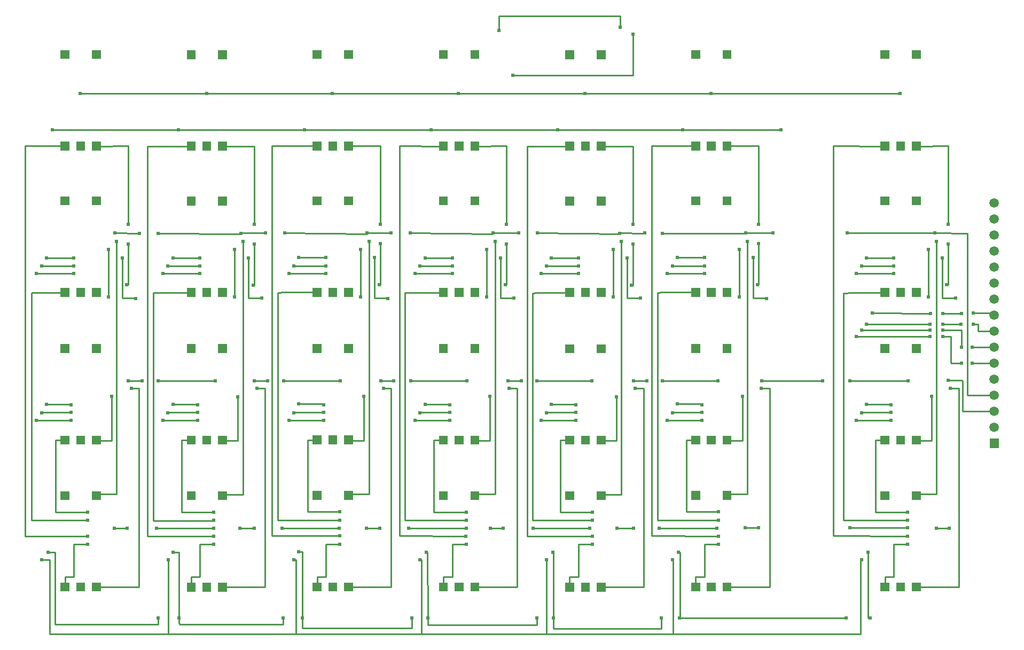
<source format=gtl>
G04 Layer: TopLayer*
G04 EasyEDA v6.4.20.6, 2021-08-02T11:14:11+02:00*
G04 e7c21c1e6ca5491a88c75d15d8fd51ee,3e5df01c9dd74657a85989452aaa4bc1,10*
G04 Gerber Generator version 0.2*
G04 Scale: 100 percent, Rotated: No, Reflected: No *
G04 Dimensions in millimeters *
G04 leading zeros omitted , absolute positions ,4 integer and 5 decimal *
%FSLAX45Y45*%
%MOMM*%

%ADD10C,0.2540*%
%ADD11C,0.6198*%
%ADD13C,1.4986*%

%LPD*%
D10*
X15439897Y-14960092D02*
G01*
X15439897Y-15049754D01*
X15439974Y-15119959D01*
X13699997Y-14960092D02*
G01*
X13699997Y-15050007D01*
X13699972Y-15119959D01*
X13399008Y-14959837D02*
G01*
X13399008Y-15048992D01*
X13399973Y-15059964D01*
X11750040Y-14960092D02*
G01*
X11750040Y-15048992D01*
X11760961Y-15059913D01*
X16819879Y-5649976D02*
G01*
X16819879Y-5420105D01*
X18739866Y-5420105D01*
X18739866Y-5599937D01*
X18739866Y-5599937D01*
X17040098Y-6359905D02*
G01*
X18939967Y-6359905D01*
X18939967Y-5710173D01*
X18179541Y-6649973D02*
G01*
X20176998Y-6649973D01*
X16177768Y-6649973D02*
G01*
X18179541Y-6649973D01*
X14177518Y-6649973D02*
G01*
X16177768Y-6649973D01*
X12189968Y-6649973D02*
G01*
X14177518Y-6649973D01*
X10179558Y-6649973D02*
G01*
X12189968Y-6649973D01*
X21290025Y-7219950D02*
G01*
X19729958Y-7219950D01*
X23650117Y-10500258D02*
G01*
X22486493Y-10499979D01*
X22486366Y-10500105D01*
X24149964Y-10919968D02*
G01*
X23989944Y-10919968D01*
X23979962Y-10909985D01*
X23979962Y-10499979D01*
X23850142Y-10500258D01*
X24668225Y-10919968D02*
G01*
X24319941Y-10919968D01*
X24319941Y-10669981D02*
G01*
X24664212Y-10669981D01*
X24668225Y-10665968D01*
X23849965Y-10399979D02*
G01*
X24149913Y-10400029D01*
X24149964Y-10399979D01*
X24149964Y-10669981D01*
X22566375Y-10400029D02*
G01*
X23650092Y-10399979D01*
X23649711Y-10299979D02*
G01*
X22646386Y-10299954D01*
X22646386Y-10299954D01*
X24139880Y-10299954D02*
G01*
X23849939Y-10299979D01*
X24668225Y-10411968D02*
G01*
X24418036Y-10411968D01*
X24409958Y-10409986D01*
X24409908Y-10309860D01*
X24409958Y-10299979D01*
X24339956Y-10299979D01*
X24339956Y-10129774D02*
G01*
X24640031Y-10129774D01*
X24668225Y-10157968D01*
X23849939Y-10129977D02*
G01*
X24150040Y-10129977D01*
X22736302Y-10129774D02*
G01*
X23660074Y-10129977D01*
X11655806Y-13916913D02*
G01*
X11750040Y-13916913D01*
X11750040Y-14956028D01*
X11750040Y-14960092D01*
X13647420Y-13908531D02*
G01*
X13699972Y-13909979D01*
X13699997Y-14960092D01*
X13690091Y-14949931D01*
X15687929Y-13919580D02*
G01*
X15689961Y-14959964D01*
X17669763Y-13921486D02*
G01*
X17679974Y-13921486D01*
X17679974Y-14960092D01*
X19667220Y-13918692D02*
G01*
X19689952Y-13918692D01*
X19689952Y-14947392D01*
X19679920Y-14960092D01*
X22699954Y-14959964D02*
G01*
X22670008Y-14960092D01*
X22670008Y-13923263D01*
X22666452Y-13919707D01*
X19679970Y-14960041D02*
G01*
X22319945Y-14959964D01*
X17679974Y-15129967D02*
G01*
X19389953Y-15129967D01*
X15689961Y-15069972D02*
G01*
X17419954Y-15069972D01*
X13699972Y-15119959D02*
G01*
X15439974Y-15119959D01*
X11760961Y-15059913D02*
G01*
X13399973Y-15059964D01*
X9670034Y-13919707D02*
G01*
X9780041Y-13919707D01*
X9779990Y-15059964D01*
X11419966Y-15059964D01*
X11419966Y-14959964D01*
X11580113Y-14040104D02*
G01*
X11579859Y-15209977D01*
X13567409Y-14038579D02*
G01*
X13599922Y-14038579D01*
X13599922Y-15209977D01*
X15567659Y-14039850D02*
G01*
X15589961Y-14039850D01*
X15589961Y-15042387D01*
X15591078Y-15209977D01*
X17569688Y-14041374D02*
G01*
X17569941Y-15209977D01*
X19566890Y-14038834D02*
G01*
X19579970Y-14038834D01*
X19579970Y-15046960D01*
X19578954Y-15209977D01*
X9569704Y-14039850D02*
G01*
X9699777Y-14039824D01*
X9700133Y-15209977D01*
X22549967Y-15209977D01*
X22549967Y-14043431D01*
X22566375Y-14039850D01*
X23725886Y-8859774D02*
G01*
X24239981Y-8860028D01*
X24239981Y-11430000D01*
X24660352Y-11430000D01*
X24668225Y-11427968D01*
X23725886Y-8859774D02*
G01*
X22348952Y-8859774D01*
X22339706Y-8858961D01*
X20709127Y-8859570D02*
G01*
X21159952Y-8858961D01*
X19409206Y-8859977D02*
G01*
X19409511Y-8859977D01*
X20719135Y-8859977D01*
X18718885Y-8859494D02*
G01*
X19129197Y-8859977D01*
X17429962Y-8859723D02*
G01*
X18730315Y-8869654D01*
X18739205Y-8860764D01*
X16738955Y-8859494D02*
G01*
X17129607Y-8859748D01*
X15408706Y-8859469D02*
G01*
X16710304Y-8869730D01*
X16719194Y-8860840D01*
X14718944Y-8859570D02*
G01*
X15109596Y-8859824D01*
X13419963Y-8859469D02*
G01*
X14720290Y-8869654D01*
X14729155Y-8860764D01*
X12728905Y-8859494D02*
G01*
X13119582Y-8859748D01*
X11420043Y-8860078D02*
G01*
X12720523Y-8869984D01*
X12729463Y-8861044D01*
X10729213Y-8859774D02*
G01*
X11119967Y-8859977D01*
X23934674Y-11195304D02*
G01*
X24155400Y-11195304D01*
X24169877Y-11210036D01*
X24169877Y-11679936D01*
X24662129Y-11679936D01*
X24668225Y-11681968D01*
X22379940Y-11199876D02*
G01*
X23299953Y-11199977D01*
X18950000Y-11197615D02*
G01*
X19159956Y-11198682D01*
X16959961Y-11197539D02*
G01*
X17169968Y-11198656D01*
X14950059Y-11197361D02*
G01*
X15150007Y-11198479D01*
X12940004Y-11197336D02*
G01*
X13149986Y-11198479D01*
X10939983Y-11197386D02*
G01*
X11159972Y-11198453D01*
X20980044Y-11200003D02*
G01*
X21948444Y-11197945D01*
X19410476Y-11199977D02*
G01*
X20291983Y-11199977D01*
X17419954Y-11199977D02*
G01*
X18289879Y-11199621D01*
X15419908Y-11199977D02*
G01*
X16310991Y-11199977D01*
X13410006Y-11199901D02*
G01*
X14299463Y-11199977D01*
X11419840Y-11199977D02*
G01*
X12319965Y-11199977D01*
X23749609Y-13539749D02*
G01*
X23959616Y-13539749D01*
X23959820Y-13539978D01*
X22380981Y-13529462D02*
G01*
X23292993Y-13529462D01*
X20720710Y-13529208D02*
G01*
X20930717Y-13529208D01*
X20929828Y-13539978D01*
X19359625Y-13539927D02*
G01*
X20269708Y-13539927D01*
X18689447Y-13539749D02*
G01*
X18949974Y-13539978D01*
X18899657Y-13539978D01*
X17359960Y-13539978D02*
G01*
X18259958Y-13539927D01*
X16679697Y-13539749D02*
G01*
X16889704Y-13539749D01*
X16889907Y-13539978D01*
X15389809Y-13539927D02*
G01*
X16299891Y-13539927D01*
X14719630Y-13539749D02*
G01*
X14929637Y-13539749D01*
X14929840Y-13539978D01*
X13379729Y-13539927D02*
G01*
X14289811Y-13539927D01*
X12709550Y-13539749D02*
G01*
X12939979Y-13539978D01*
X12919786Y-13539978D01*
X11389868Y-13539978D02*
G01*
X12299975Y-13539978D01*
X20297038Y-13278688D02*
G01*
X19787108Y-13278688D01*
X19787006Y-13278789D01*
X19787006Y-12138812D01*
X19936917Y-12138812D01*
X19937120Y-12138990D01*
X20757032Y-9868738D02*
G01*
X20757032Y-10708716D01*
X20677022Y-11449126D02*
G01*
X20676997Y-12148794D01*
X20657007Y-12148794D01*
X20444866Y-12148896D01*
X20434960Y-12138990D01*
X20434960Y-14468932D02*
G01*
X21106993Y-14468932D01*
X21106993Y-11318824D01*
X20977174Y-11319205D01*
X20936940Y-8718804D02*
G01*
X20936788Y-7478801D01*
X20434960Y-7478852D01*
X20917306Y-9679000D02*
G01*
X20937042Y-9679000D01*
X20936991Y-9028811D01*
X20295006Y-13660704D02*
G01*
X19239966Y-13658672D01*
X19239966Y-7478801D01*
X19937120Y-7478852D01*
X20297140Y-13408660D02*
G01*
X19329908Y-13408660D01*
X19329958Y-9799980D01*
X19417029Y-9798812D01*
X19937120Y-9798888D02*
G01*
X19417004Y-9798812D01*
X19937120Y-14468932D02*
G01*
X19937120Y-14308912D01*
X20066914Y-14308912D01*
X20076998Y-14308785D01*
X20077074Y-13788720D01*
X20297038Y-13788720D01*
X20757032Y-12998780D02*
G01*
X20454772Y-12998780D01*
X20434960Y-13018592D01*
X20757032Y-10708716D02*
G01*
X20757032Y-12998780D01*
X20746999Y-12998805D01*
X20626984Y-9868738D02*
G01*
X20626984Y-9118930D01*
X20757032Y-8988882D02*
G01*
X20757032Y-9868738D01*
X20757286Y-9868992D01*
X20846948Y-9248724D02*
G01*
X20846999Y-9888804D01*
X20867014Y-9888804D01*
X21057006Y-9888804D01*
X20036916Y-11828856D02*
G01*
X19487032Y-11828856D01*
X19486778Y-11828602D01*
X20036916Y-11698808D02*
G01*
X19576694Y-11698808D01*
X19566788Y-11708714D01*
X19487032Y-9498914D02*
G01*
X20077074Y-9498914D01*
X20077074Y-9378772D02*
G01*
X19567016Y-9378772D01*
X19647052Y-9248724D02*
G01*
X20077074Y-9248724D01*
X19647052Y-11568760D02*
G01*
X20026782Y-11568760D01*
X20036916Y-11578920D01*
X23296321Y-13279678D02*
G01*
X22786390Y-13279678D01*
X22786289Y-13279780D01*
X22786289Y-12139803D01*
X22936200Y-12139803D01*
X22936403Y-12139980D01*
X23756315Y-9869728D02*
G01*
X23756315Y-10709706D01*
X23676305Y-11450116D02*
G01*
X23676279Y-12149785D01*
X23656290Y-12149785D01*
X23444149Y-12149886D01*
X23434217Y-12139980D01*
X23434217Y-14469922D02*
G01*
X24106250Y-14469922D01*
X24106250Y-11319814D01*
X23986286Y-11319814D01*
X23936223Y-8719794D02*
G01*
X23936070Y-7479792D01*
X23434217Y-7479842D01*
X23916589Y-9679990D02*
G01*
X23936325Y-9679990D01*
X23936274Y-9029801D01*
X23294289Y-13661694D02*
G01*
X22119945Y-13659434D01*
X22119945Y-7479766D01*
X22936403Y-7479842D01*
X23296321Y-13409726D02*
G01*
X22279965Y-13409726D01*
X22279965Y-9809810D01*
X22416211Y-9799878D01*
X22936403Y-9799878D02*
G01*
X22416287Y-9799802D01*
X22936403Y-14469922D02*
G01*
X22936403Y-14309902D01*
X23066197Y-14309902D01*
X23076281Y-14309775D01*
X23076357Y-13789710D01*
X23296321Y-13789710D01*
X23756315Y-12999770D02*
G01*
X23454055Y-12999770D01*
X23434217Y-13019582D01*
X23756315Y-10709706D02*
G01*
X23756315Y-12999770D01*
X23746282Y-12999796D01*
X23626241Y-9869728D02*
G01*
X23626241Y-9119920D01*
X23756315Y-8989872D02*
G01*
X23756315Y-9869728D01*
X23756543Y-9869982D01*
X23846231Y-9249714D02*
G01*
X23846281Y-9889794D01*
X23866297Y-9889794D01*
X24056289Y-9889794D01*
X23036225Y-11829846D02*
G01*
X22486315Y-11829846D01*
X22486061Y-11829592D01*
X23036225Y-11699798D02*
G01*
X22575951Y-11699798D01*
X22566071Y-11709704D01*
X22486315Y-9499904D02*
G01*
X23076357Y-9499904D01*
X23076357Y-9379762D02*
G01*
X22566325Y-9379762D01*
X22646309Y-9249714D02*
G01*
X23076357Y-9249714D01*
X22646309Y-11569750D02*
G01*
X23026065Y-11569750D01*
X23036225Y-11579910D01*
X18299582Y-13281304D02*
G01*
X17789652Y-13281304D01*
X17789550Y-13281405D01*
X17789550Y-12141428D01*
X17939486Y-12141428D01*
X17939664Y-12141606D01*
X18759576Y-9871354D02*
G01*
X18759576Y-10711332D01*
X18679566Y-11451742D02*
G01*
X18679541Y-12151410D01*
X18659551Y-12151410D01*
X18447410Y-12151512D01*
X18437504Y-12141606D01*
X18437504Y-14471548D02*
G01*
X19109537Y-14471548D01*
X19109537Y-11321440D01*
X18989548Y-11321440D01*
X18939484Y-8721420D02*
G01*
X18939332Y-7481417D01*
X18437504Y-7481468D01*
X18919850Y-9681616D02*
G01*
X18939611Y-9681616D01*
X18939535Y-9031427D01*
X18297550Y-13663320D02*
G01*
X17269968Y-13661339D01*
X17269968Y-7481417D01*
X17939664Y-7481468D01*
X18299582Y-13411352D02*
G01*
X17349977Y-13411352D01*
X17349977Y-9811435D01*
X17419472Y-9801504D01*
X17939664Y-9801504D02*
G01*
X17419548Y-9801428D01*
X17939664Y-14471548D02*
G01*
X17939664Y-14311528D01*
X18069458Y-14311528D01*
X18079542Y-14311401D01*
X18079618Y-13791336D01*
X18299582Y-13791336D01*
X18759576Y-13001396D02*
G01*
X18457316Y-13001396D01*
X18437504Y-13021208D01*
X18759576Y-10711332D02*
G01*
X18759576Y-13001396D01*
X18749543Y-13001421D01*
X18629528Y-9871354D02*
G01*
X18629528Y-9121546D01*
X18759576Y-8991498D02*
G01*
X18759576Y-9871354D01*
X18759830Y-9871608D01*
X18849492Y-9251340D02*
G01*
X18849543Y-9891420D01*
X18869558Y-9891420D01*
X19059550Y-9891420D01*
X18039486Y-11831472D02*
G01*
X17489576Y-11831472D01*
X17489322Y-11831218D01*
X18039486Y-11701424D02*
G01*
X17579238Y-11701424D01*
X17569332Y-11711330D01*
X17489576Y-9501530D02*
G01*
X18079618Y-9501530D01*
X18079618Y-9381388D02*
G01*
X17569586Y-9381388D01*
X17649596Y-9251340D02*
G01*
X18079618Y-9251340D01*
X17649596Y-11571376D02*
G01*
X18029326Y-11571376D01*
X18039486Y-11581536D01*
X14297456Y-13278383D02*
G01*
X13787526Y-13278383D01*
X13787424Y-13278459D01*
X13787424Y-12138507D01*
X13937361Y-12138507D01*
X13937538Y-12138660D01*
X14757450Y-9868433D02*
G01*
X14757450Y-10708411D01*
X14677440Y-11448795D02*
G01*
X14677415Y-12148489D01*
X14657425Y-12148489D01*
X14445284Y-12148591D01*
X14435378Y-12138660D01*
X14435378Y-14468627D02*
G01*
X15107411Y-14468627D01*
X15107411Y-11318519D01*
X14987422Y-11318519D01*
X14937359Y-8718499D02*
G01*
X14937206Y-7478471D01*
X14435378Y-7478521D01*
X14917724Y-9678695D02*
G01*
X14937486Y-9678695D01*
X14937409Y-9028480D01*
X14295424Y-13660399D02*
G01*
X13219963Y-13658316D01*
X13219963Y-7478471D01*
X13937538Y-7478521D01*
X14297406Y-13408405D02*
G01*
X13310108Y-13408405D01*
X13309981Y-9799980D01*
X13417295Y-9798558D01*
X13937538Y-9798583D02*
G01*
X13417422Y-9798507D01*
X13937538Y-14468627D02*
G01*
X13937538Y-14308607D01*
X14067332Y-14308607D01*
X14077416Y-14308454D01*
X14077492Y-13788415D01*
X14297456Y-13788415D01*
X14757450Y-12998450D02*
G01*
X14455190Y-12998450D01*
X14435378Y-13018287D01*
X14757450Y-10708411D02*
G01*
X14757450Y-12998450D01*
X14747417Y-12998475D01*
X14627402Y-9868433D02*
G01*
X14627402Y-9118600D01*
X14757450Y-8988577D02*
G01*
X14757450Y-9868433D01*
X14757704Y-9868687D01*
X14847366Y-9248419D02*
G01*
X14847417Y-9888499D01*
X14867432Y-9888499D01*
X15057424Y-9888499D01*
X14037360Y-11828526D02*
G01*
X13487450Y-11828526D01*
X13487196Y-11828271D01*
X14037360Y-11698503D02*
G01*
X13577112Y-11698503D01*
X13567206Y-11708384D01*
X13487450Y-9498584D02*
G01*
X14077492Y-9498584D01*
X14077492Y-9378442D02*
G01*
X13567460Y-9378442D01*
X13647470Y-9248419D02*
G01*
X14077492Y-9248419D01*
X13647470Y-11568429D02*
G01*
X14027200Y-11568429D01*
X14037360Y-11578615D01*
X16297732Y-13279704D02*
G01*
X15787801Y-13279704D01*
X15787700Y-13279780D01*
X15787700Y-12139803D01*
X15937636Y-12139803D01*
X15937814Y-12139980D01*
X16757726Y-9869754D02*
G01*
X16757726Y-10709706D01*
X16677716Y-11450116D02*
G01*
X16677690Y-12149785D01*
X16657700Y-12149785D01*
X16445560Y-12149886D01*
X16435654Y-12139980D01*
X16435654Y-14469922D02*
G01*
X17107687Y-14469922D01*
X17107687Y-11319814D01*
X16987697Y-11319814D01*
X16937634Y-8719794D02*
G01*
X16937481Y-7479792D01*
X16435654Y-7479842D01*
X16918000Y-9679990D02*
G01*
X16937761Y-9679990D01*
X16937685Y-9029801D01*
X16295700Y-13661694D02*
G01*
X15239974Y-13659662D01*
X15239974Y-7479792D01*
X15937814Y-7479842D01*
X16297656Y-13409676D02*
G01*
X15329916Y-13409676D01*
X15329966Y-9799980D01*
X15417545Y-9799828D01*
X15937814Y-9799904D02*
G01*
X15417698Y-9799802D01*
X15937814Y-14469922D02*
G01*
X15937814Y-14309902D01*
X16067608Y-14309902D01*
X16077691Y-14309775D01*
X16077768Y-13789710D01*
X16297732Y-13789710D01*
X16757726Y-12999770D02*
G01*
X16455466Y-12999770D01*
X16435654Y-13019608D01*
X16757726Y-10709706D02*
G01*
X16757726Y-12999770D01*
X16747693Y-12999796D01*
X16627678Y-9869754D02*
G01*
X16627678Y-9119920D01*
X16757726Y-8989872D02*
G01*
X16757726Y-9869754D01*
X16757980Y-9870008D01*
X16847642Y-9249714D02*
G01*
X16847693Y-9889794D01*
X16867708Y-9889794D01*
X17057700Y-9889794D01*
X16037636Y-11829846D02*
G01*
X15487726Y-11829846D01*
X15487472Y-11829592D01*
X16037636Y-11699798D02*
G01*
X15577388Y-11699798D01*
X15567482Y-11709704D01*
X15487726Y-9499904D02*
G01*
X16077768Y-9499904D01*
X16077768Y-9379762D02*
G01*
X15567736Y-9379762D01*
X15647746Y-9249714D02*
G01*
X16077768Y-9249714D01*
X15647746Y-11569750D02*
G01*
X16027476Y-11569750D01*
X16037636Y-11579910D01*
X10299725Y-13279678D02*
G01*
X9789795Y-13279678D01*
X9789693Y-13279780D01*
X9789693Y-12139803D01*
X9939629Y-12139803D01*
X9939807Y-12139980D01*
X10759719Y-9869728D02*
G01*
X10759719Y-10709706D01*
X10679709Y-11450116D02*
G01*
X10679684Y-12149785D01*
X10659694Y-12149785D01*
X10447553Y-12149886D01*
X10437647Y-12139980D01*
X10437647Y-14469922D02*
G01*
X11109680Y-14469922D01*
X11109680Y-11319814D01*
X10989690Y-11319814D01*
X10939627Y-8719794D02*
G01*
X10939475Y-7479792D01*
X10437647Y-7479842D01*
X10919993Y-9679990D02*
G01*
X10939754Y-9679990D01*
X10939678Y-9029801D01*
X10297693Y-13661694D02*
G01*
X9311589Y-13661694D01*
X9309684Y-13659789D01*
X9309684Y-7479792D01*
X9939756Y-7479792D01*
X9939807Y-7479842D01*
X10299725Y-13409726D02*
G01*
X9419742Y-13409726D01*
X9409684Y-13409777D01*
X9409684Y-9809810D01*
X9419615Y-9799878D01*
X9939807Y-9799878D02*
G01*
X9419691Y-9799802D01*
X9939807Y-14469922D02*
G01*
X9939807Y-14309902D01*
X10069601Y-14309902D01*
X10079685Y-14309775D01*
X10079761Y-13789710D01*
X10299725Y-13789710D01*
X10759719Y-12999770D02*
G01*
X10457459Y-12999770D01*
X10437647Y-13019582D01*
X10759719Y-10709706D02*
G01*
X10759719Y-12999770D01*
X10749686Y-12999796D01*
X10629671Y-9869728D02*
G01*
X10629671Y-9119920D01*
X10759719Y-8989872D02*
G01*
X10759719Y-9869728D01*
X10759973Y-9869982D01*
X10719688Y-13539800D02*
G01*
X10929696Y-13539800D01*
X10929899Y-13540028D01*
X10849635Y-9249714D02*
G01*
X10849686Y-9889794D01*
X10869701Y-9889794D01*
X11059693Y-9889794D01*
X10039629Y-11829846D02*
G01*
X9489719Y-11829846D01*
X9489465Y-11829592D01*
X10039629Y-11699798D02*
G01*
X9579381Y-11699798D01*
X9569475Y-11709704D01*
X9489719Y-9499904D02*
G01*
X10079761Y-9499904D01*
X10079761Y-9379762D02*
G01*
X9569729Y-9379762D01*
X9649739Y-9249714D02*
G01*
X10079761Y-9249714D01*
X9649739Y-11569750D02*
G01*
X10029469Y-11569750D01*
X10039629Y-11579910D01*
X12300000Y-13280999D02*
G01*
X11790070Y-13280999D01*
X11789968Y-13281101D01*
X11789968Y-12141123D01*
X11939904Y-12141123D01*
X11940082Y-12141301D01*
X12759994Y-9871049D02*
G01*
X12759994Y-10711027D01*
X12679984Y-11451437D02*
G01*
X12679959Y-12151105D01*
X12659969Y-12151105D01*
X12447828Y-12151207D01*
X12437922Y-12141301D01*
X12437922Y-14471243D02*
G01*
X13109956Y-14471243D01*
X13109956Y-11321135D01*
X12989966Y-11321135D01*
X12939902Y-8721115D02*
G01*
X12939750Y-7481087D01*
X12437922Y-7481163D01*
X12920268Y-9681311D02*
G01*
X12940029Y-9681311D01*
X12939953Y-9031122D01*
X12297968Y-13663015D02*
G01*
X11249990Y-13660983D01*
X11249990Y-7481087D01*
X11940082Y-7481163D01*
X12299950Y-13410945D02*
G01*
X12299950Y-13419836D01*
X11340084Y-13419836D01*
X11339982Y-9799980D01*
X11940031Y-9800081D02*
G01*
X11339982Y-9799980D01*
X11940082Y-14471243D02*
G01*
X11940082Y-14311223D01*
X12069876Y-14311223D01*
X12079960Y-14311096D01*
X12080036Y-13791031D01*
X12300000Y-13791031D01*
X12759994Y-13001091D02*
G01*
X12457734Y-13001091D01*
X12437922Y-13020903D01*
X12759994Y-10711027D02*
G01*
X12759994Y-13001091D01*
X12749961Y-13001091D01*
X12629946Y-9871049D02*
G01*
X12629946Y-9121241D01*
X12759994Y-8991193D02*
G01*
X12759994Y-9871049D01*
X12760248Y-9871303D01*
X12849910Y-9251035D02*
G01*
X12849961Y-9891115D01*
X12869976Y-9891115D01*
X13059968Y-9891115D01*
X12039904Y-11831167D02*
G01*
X11489994Y-11831167D01*
X11489740Y-11830913D01*
X12039904Y-11701119D02*
G01*
X11579656Y-11701119D01*
X11569750Y-11711025D01*
X11489994Y-9501225D02*
G01*
X12080036Y-9501225D01*
X12080036Y-9381058D02*
G01*
X11570004Y-9381058D01*
X11650014Y-9251035D02*
G01*
X12080036Y-9251035D01*
X11650014Y-11571071D02*
G01*
X12029744Y-11571071D01*
X12039904Y-11581231D01*
X11739981Y-7219950D02*
G01*
X9740011Y-7219950D01*
X13739977Y-7219950D02*
G01*
X11739981Y-7219950D01*
X15739973Y-7219950D02*
G01*
X15203424Y-7219950D01*
X13739977Y-7219950D01*
X17750027Y-7219950D02*
G01*
X15739973Y-7219950D01*
X19729958Y-7219950D02*
G01*
X17750002Y-7219950D01*
X17739969Y-7229983D01*
X20176998Y-6649999D02*
G01*
X23179963Y-6649999D01*
X19389852Y-14960092D02*
G01*
X19389852Y-15119857D01*
X17679924Y-14960092D02*
G01*
X17679974Y-15129967D01*
X17420081Y-14960092D02*
G01*
X17420081Y-15070074D01*
X15690088Y-14960092D02*
G01*
X15690088Y-15070074D01*
G36*
X24744984Y-12265050D02*
G01*
X24744984Y-12115190D01*
X24595124Y-12115190D01*
X24595124Y-12265050D01*
G37*
D13*
G01*
X24668225Y-11935968D03*
G01*
X24668225Y-11681968D03*
G01*
X24668225Y-11427968D03*
G01*
X24668225Y-11173968D03*
G01*
X24668225Y-10919968D03*
G01*
X24668225Y-10665968D03*
G01*
X24668225Y-10411968D03*
G01*
X24668225Y-10157968D03*
G01*
X24668225Y-9903968D03*
G01*
X24668225Y-9649968D03*
G01*
X24668225Y-9395968D03*
G01*
X24668225Y-9141968D03*
G01*
X24668225Y-8887968D03*
G01*
X24668225Y-8633968D03*
G01*
X24668225Y-8379968D03*
G36*
X11870054Y-14401190D02*
G01*
X12010009Y-14401190D01*
X12010009Y-14541144D01*
X11870054Y-14541144D01*
G37*
G36*
X12118975Y-14401190D02*
G01*
X12258929Y-14401190D01*
X12258929Y-14541144D01*
X12118975Y-14541144D01*
G37*
G36*
X12367895Y-14401190D02*
G01*
X12507849Y-14401190D01*
X12507849Y-14541144D01*
X12367895Y-14541144D01*
G37*
G36*
X11870054Y-12950850D02*
G01*
X12010009Y-12950850D01*
X12010009Y-13090804D01*
X11870054Y-13090804D01*
G37*
G36*
X12367895Y-12950850D02*
G01*
X12507849Y-12950850D01*
X12507849Y-13090804D01*
X12367895Y-13090804D01*
G37*
G36*
X11870054Y-12071197D02*
G01*
X12010009Y-12071197D01*
X12010009Y-12211151D01*
X11870054Y-12211151D01*
G37*
G36*
X12118975Y-12071197D02*
G01*
X12258929Y-12071197D01*
X12258929Y-12211151D01*
X12118975Y-12211151D01*
G37*
G36*
X12367895Y-12071197D02*
G01*
X12507849Y-12071197D01*
X12507849Y-12211151D01*
X12367895Y-12211151D01*
G37*
G36*
X11870054Y-10620857D02*
G01*
X12010009Y-10620857D01*
X12010009Y-10760811D01*
X11870054Y-10760811D01*
G37*
G36*
X12367895Y-10620857D02*
G01*
X12507849Y-10620857D01*
X12507849Y-10760811D01*
X12367895Y-10760811D01*
G37*
G36*
X11870054Y-9731197D02*
G01*
X12010009Y-9731197D01*
X12010009Y-9871151D01*
X11870054Y-9871151D01*
G37*
G36*
X12118975Y-9731197D02*
G01*
X12258929Y-9731197D01*
X12258929Y-9871151D01*
X12118975Y-9871151D01*
G37*
G36*
X12367895Y-9731197D02*
G01*
X12507849Y-9731197D01*
X12507849Y-9871151D01*
X12367895Y-9871151D01*
G37*
G36*
X11870054Y-8280857D02*
G01*
X12010009Y-8280857D01*
X12010009Y-8420811D01*
X11870054Y-8420811D01*
G37*
G36*
X12367895Y-8280857D02*
G01*
X12507849Y-8280857D01*
X12507849Y-8420811D01*
X12367895Y-8420811D01*
G37*
G36*
X11870054Y-7411212D02*
G01*
X12010009Y-7411212D01*
X12010009Y-7551165D01*
X11870054Y-7551165D01*
G37*
G36*
X12118975Y-7411212D02*
G01*
X12258929Y-7411212D01*
X12258929Y-7551165D01*
X12118975Y-7551165D01*
G37*
G36*
X12367895Y-7411212D02*
G01*
X12507849Y-7411212D01*
X12507849Y-7551165D01*
X12367895Y-7551165D01*
G37*
G36*
X11870054Y-5960871D02*
G01*
X12010009Y-5960871D01*
X12010009Y-6100826D01*
X11870054Y-6100826D01*
G37*
G36*
X12367895Y-5960871D02*
G01*
X12507849Y-5960871D01*
X12507849Y-6100826D01*
X12367895Y-6100826D01*
G37*
G36*
X9869779Y-14399869D02*
G01*
X10009733Y-14399869D01*
X10009733Y-14539823D01*
X9869779Y-14539823D01*
G37*
G36*
X10118699Y-14399869D02*
G01*
X10258653Y-14399869D01*
X10258653Y-14539823D01*
X10118699Y-14539823D01*
G37*
G36*
X10367619Y-14399869D02*
G01*
X10507573Y-14399869D01*
X10507573Y-14539823D01*
X10367619Y-14539823D01*
G37*
G36*
X9869779Y-12949529D02*
G01*
X10009733Y-12949529D01*
X10009733Y-13089483D01*
X9869779Y-13089483D01*
G37*
G36*
X10367619Y-12949529D02*
G01*
X10507573Y-12949529D01*
X10507573Y-13089483D01*
X10367619Y-13089483D01*
G37*
G36*
X9869779Y-12069876D02*
G01*
X10009733Y-12069876D01*
X10009733Y-12209830D01*
X9869779Y-12209830D01*
G37*
G36*
X10118699Y-12069876D02*
G01*
X10258653Y-12069876D01*
X10258653Y-12209830D01*
X10118699Y-12209830D01*
G37*
G36*
X10367619Y-12069876D02*
G01*
X10507573Y-12069876D01*
X10507573Y-12209830D01*
X10367619Y-12209830D01*
G37*
G36*
X9869779Y-10619536D02*
G01*
X10009733Y-10619536D01*
X10009733Y-10759490D01*
X9869779Y-10759490D01*
G37*
G36*
X10367619Y-10619536D02*
G01*
X10507573Y-10619536D01*
X10507573Y-10759490D01*
X10367619Y-10759490D01*
G37*
G36*
X9869779Y-9729876D02*
G01*
X10009733Y-9729876D01*
X10009733Y-9869830D01*
X9869779Y-9869830D01*
G37*
G36*
X10118699Y-9729876D02*
G01*
X10258653Y-9729876D01*
X10258653Y-9869830D01*
X10118699Y-9869830D01*
G37*
G36*
X10367619Y-9729876D02*
G01*
X10507573Y-9729876D01*
X10507573Y-9869830D01*
X10367619Y-9869830D01*
G37*
G36*
X9869779Y-8279536D02*
G01*
X10009733Y-8279536D01*
X10009733Y-8419490D01*
X9869779Y-8419490D01*
G37*
G36*
X10367619Y-8279536D02*
G01*
X10507573Y-8279536D01*
X10507573Y-8419490D01*
X10367619Y-8419490D01*
G37*
G36*
X9869779Y-7409891D02*
G01*
X10009733Y-7409891D01*
X10009733Y-7549845D01*
X9869779Y-7549845D01*
G37*
G36*
X10118699Y-7409891D02*
G01*
X10258653Y-7409891D01*
X10258653Y-7549845D01*
X10118699Y-7549845D01*
G37*
G36*
X10367619Y-7409891D02*
G01*
X10507573Y-7409891D01*
X10507573Y-7549845D01*
X10367619Y-7549845D01*
G37*
G36*
X9869779Y-5959551D02*
G01*
X10009733Y-5959551D01*
X10009733Y-6099505D01*
X9869779Y-6099505D01*
G37*
G36*
X10367619Y-5959551D02*
G01*
X10507573Y-5959551D01*
X10507573Y-6099505D01*
X10367619Y-6099505D01*
G37*
G36*
X15867786Y-14399869D02*
G01*
X16007740Y-14399869D01*
X16007740Y-14539823D01*
X15867786Y-14539823D01*
G37*
G36*
X16116706Y-14399869D02*
G01*
X16256660Y-14399869D01*
X16256660Y-14539823D01*
X16116706Y-14539823D01*
G37*
G36*
X16365626Y-14399869D02*
G01*
X16505580Y-14399869D01*
X16505580Y-14539823D01*
X16365626Y-14539823D01*
G37*
G36*
X15867786Y-12949529D02*
G01*
X16007740Y-12949529D01*
X16007740Y-13089483D01*
X15867786Y-13089483D01*
G37*
G36*
X16365626Y-12949529D02*
G01*
X16505580Y-12949529D01*
X16505580Y-13089483D01*
X16365626Y-13089483D01*
G37*
G36*
X15867786Y-12069876D02*
G01*
X16007740Y-12069876D01*
X16007740Y-12209830D01*
X15867786Y-12209830D01*
G37*
G36*
X16116706Y-12069876D02*
G01*
X16256660Y-12069876D01*
X16256660Y-12209830D01*
X16116706Y-12209830D01*
G37*
G36*
X16365626Y-12069876D02*
G01*
X16505580Y-12069876D01*
X16505580Y-12209830D01*
X16365626Y-12209830D01*
G37*
G36*
X15867786Y-10619536D02*
G01*
X16007740Y-10619536D01*
X16007740Y-10759490D01*
X15867786Y-10759490D01*
G37*
G36*
X16365626Y-10619536D02*
G01*
X16505580Y-10619536D01*
X16505580Y-10759490D01*
X16365626Y-10759490D01*
G37*
G36*
X15867786Y-9729876D02*
G01*
X16007740Y-9729876D01*
X16007740Y-9869830D01*
X15867786Y-9869830D01*
G37*
G36*
X16116706Y-9729876D02*
G01*
X16256660Y-9729876D01*
X16256660Y-9869830D01*
X16116706Y-9869830D01*
G37*
G36*
X16365626Y-9729876D02*
G01*
X16505580Y-9729876D01*
X16505580Y-9869830D01*
X16365626Y-9869830D01*
G37*
G36*
X15867786Y-8279536D02*
G01*
X16007740Y-8279536D01*
X16007740Y-8419490D01*
X15867786Y-8419490D01*
G37*
G36*
X16365626Y-8279536D02*
G01*
X16505580Y-8279536D01*
X16505580Y-8419490D01*
X16365626Y-8419490D01*
G37*
G36*
X15867786Y-7409891D02*
G01*
X16007740Y-7409891D01*
X16007740Y-7549845D01*
X15867786Y-7549845D01*
G37*
G36*
X16116706Y-7409891D02*
G01*
X16256660Y-7409891D01*
X16256660Y-7549845D01*
X16116706Y-7549845D01*
G37*
G36*
X16365626Y-7409891D02*
G01*
X16505580Y-7409891D01*
X16505580Y-7549845D01*
X16365626Y-7549845D01*
G37*
G36*
X15867786Y-5959551D02*
G01*
X16007740Y-5959551D01*
X16007740Y-6099505D01*
X15867786Y-6099505D01*
G37*
G36*
X16365626Y-5959551D02*
G01*
X16505580Y-5959551D01*
X16505580Y-6099505D01*
X16365626Y-6099505D01*
G37*
G36*
X13867511Y-14398574D02*
G01*
X14007465Y-14398574D01*
X14007465Y-14538528D01*
X13867511Y-14538528D01*
G37*
G36*
X14116431Y-14398574D02*
G01*
X14256384Y-14398574D01*
X14256384Y-14538528D01*
X14116431Y-14538528D01*
G37*
G36*
X14365350Y-14398574D02*
G01*
X14505304Y-14398574D01*
X14505304Y-14538528D01*
X14365350Y-14538528D01*
G37*
G36*
X13867511Y-12948234D02*
G01*
X14007465Y-12948234D01*
X14007465Y-13088188D01*
X13867511Y-13088188D01*
G37*
G36*
X14365350Y-12948234D02*
G01*
X14505304Y-12948234D01*
X14505304Y-13088188D01*
X14365350Y-13088188D01*
G37*
G36*
X13867511Y-12068581D02*
G01*
X14007465Y-12068581D01*
X14007465Y-12208535D01*
X13867511Y-12208535D01*
G37*
G36*
X14116431Y-12068581D02*
G01*
X14256384Y-12068581D01*
X14256384Y-12208535D01*
X14116431Y-12208535D01*
G37*
G36*
X14365350Y-12068581D02*
G01*
X14505304Y-12068581D01*
X14505304Y-12208535D01*
X14365350Y-12208535D01*
G37*
G36*
X13867511Y-10618241D02*
G01*
X14007465Y-10618241D01*
X14007465Y-10758195D01*
X13867511Y-10758195D01*
G37*
G36*
X14365350Y-10618241D02*
G01*
X14505304Y-10618241D01*
X14505304Y-10758195D01*
X14365350Y-10758195D01*
G37*
G36*
X13867511Y-9728580D02*
G01*
X14007465Y-9728580D01*
X14007465Y-9868535D01*
X13867511Y-9868535D01*
G37*
G36*
X14116431Y-9728580D02*
G01*
X14256384Y-9728580D01*
X14256384Y-9868535D01*
X14116431Y-9868535D01*
G37*
G36*
X14365350Y-9728580D02*
G01*
X14505304Y-9728580D01*
X14505304Y-9868535D01*
X14365350Y-9868535D01*
G37*
G36*
X13867511Y-8278240D02*
G01*
X14007465Y-8278240D01*
X14007465Y-8418195D01*
X13867511Y-8418195D01*
G37*
G36*
X14365350Y-8278240D02*
G01*
X14505304Y-8278240D01*
X14505304Y-8418195D01*
X14365350Y-8418195D01*
G37*
G36*
X13867511Y-7408595D02*
G01*
X14007465Y-7408595D01*
X14007465Y-7548549D01*
X13867511Y-7548549D01*
G37*
G36*
X14116431Y-7408595D02*
G01*
X14256384Y-7408595D01*
X14256384Y-7548549D01*
X14116431Y-7548549D01*
G37*
G36*
X14365350Y-7408595D02*
G01*
X14505304Y-7408595D01*
X14505304Y-7548549D01*
X14365350Y-7548549D01*
G37*
G36*
X13867511Y-5958255D02*
G01*
X14007465Y-5958255D01*
X14007465Y-6098209D01*
X13867511Y-6098209D01*
G37*
G36*
X14365350Y-5958255D02*
G01*
X14505304Y-5958255D01*
X14505304Y-6098209D01*
X14365350Y-6098209D01*
G37*
G36*
X17869636Y-14401495D02*
G01*
X18009590Y-14401495D01*
X18009590Y-14541449D01*
X17869636Y-14541449D01*
G37*
G36*
X18118556Y-14401495D02*
G01*
X18258510Y-14401495D01*
X18258510Y-14541449D01*
X18118556Y-14541449D01*
G37*
G36*
X18367476Y-14401495D02*
G01*
X18507430Y-14401495D01*
X18507430Y-14541449D01*
X18367476Y-14541449D01*
G37*
G36*
X17869636Y-12951155D02*
G01*
X18009590Y-12951155D01*
X18009590Y-13091109D01*
X17869636Y-13091109D01*
G37*
G36*
X18367476Y-12951155D02*
G01*
X18507430Y-12951155D01*
X18507430Y-13091109D01*
X18367476Y-13091109D01*
G37*
G36*
X17869636Y-12071502D02*
G01*
X18009590Y-12071502D01*
X18009590Y-12211456D01*
X17869636Y-12211456D01*
G37*
G36*
X18118556Y-12071502D02*
G01*
X18258510Y-12071502D01*
X18258510Y-12211456D01*
X18118556Y-12211456D01*
G37*
G36*
X18367476Y-12071502D02*
G01*
X18507430Y-12071502D01*
X18507430Y-12211456D01*
X18367476Y-12211456D01*
G37*
G36*
X17869636Y-10621162D02*
G01*
X18009590Y-10621162D01*
X18009590Y-10761116D01*
X17869636Y-10761116D01*
G37*
G36*
X18367476Y-10621162D02*
G01*
X18507430Y-10621162D01*
X18507430Y-10761116D01*
X18367476Y-10761116D01*
G37*
G36*
X17869636Y-9731502D02*
G01*
X18009590Y-9731502D01*
X18009590Y-9871455D01*
X17869636Y-9871455D01*
G37*
G36*
X18118556Y-9731502D02*
G01*
X18258510Y-9731502D01*
X18258510Y-9871455D01*
X18118556Y-9871455D01*
G37*
G36*
X18367476Y-9731502D02*
G01*
X18507430Y-9731502D01*
X18507430Y-9871455D01*
X18367476Y-9871455D01*
G37*
G36*
X17869636Y-8281162D02*
G01*
X18009590Y-8281162D01*
X18009590Y-8421115D01*
X17869636Y-8421115D01*
G37*
G36*
X18367476Y-8281162D02*
G01*
X18507430Y-8281162D01*
X18507430Y-8421115D01*
X18367476Y-8421115D01*
G37*
G36*
X17869636Y-7411516D02*
G01*
X18009590Y-7411516D01*
X18009590Y-7551470D01*
X17869636Y-7551470D01*
G37*
G36*
X18118556Y-7411516D02*
G01*
X18258510Y-7411516D01*
X18258510Y-7551470D01*
X18118556Y-7551470D01*
G37*
G36*
X18367476Y-7411516D02*
G01*
X18507430Y-7411516D01*
X18507430Y-7551470D01*
X18367476Y-7551470D01*
G37*
G36*
X17869636Y-5961176D02*
G01*
X18009590Y-5961176D01*
X18009590Y-6101130D01*
X17869636Y-6101130D01*
G37*
G36*
X18367476Y-5961176D02*
G01*
X18507430Y-5961176D01*
X18507430Y-6101130D01*
X18367476Y-6101130D01*
G37*
G36*
X22866375Y-14399869D02*
G01*
X23006329Y-14399869D01*
X23006329Y-14539823D01*
X22866375Y-14539823D01*
G37*
G36*
X23115295Y-14399869D02*
G01*
X23255249Y-14399869D01*
X23255249Y-14539823D01*
X23115295Y-14539823D01*
G37*
G36*
X23364215Y-14399869D02*
G01*
X23504169Y-14399869D01*
X23504169Y-14539823D01*
X23364215Y-14539823D01*
G37*
G36*
X22866375Y-12949529D02*
G01*
X23006329Y-12949529D01*
X23006329Y-13089483D01*
X22866375Y-13089483D01*
G37*
G36*
X23364215Y-12949529D02*
G01*
X23504169Y-12949529D01*
X23504169Y-13089483D01*
X23364215Y-13089483D01*
G37*
G36*
X22866375Y-12069876D02*
G01*
X23006329Y-12069876D01*
X23006329Y-12209830D01*
X22866375Y-12209830D01*
G37*
G36*
X23115295Y-12069876D02*
G01*
X23255249Y-12069876D01*
X23255249Y-12209830D01*
X23115295Y-12209830D01*
G37*
G36*
X23364215Y-12069876D02*
G01*
X23504169Y-12069876D01*
X23504169Y-12209830D01*
X23364215Y-12209830D01*
G37*
G36*
X22866375Y-10619536D02*
G01*
X23006329Y-10619536D01*
X23006329Y-10759490D01*
X22866375Y-10759490D01*
G37*
G36*
X23364215Y-10619536D02*
G01*
X23504169Y-10619536D01*
X23504169Y-10759490D01*
X23364215Y-10759490D01*
G37*
G36*
X22866375Y-9729876D02*
G01*
X23006329Y-9729876D01*
X23006329Y-9869830D01*
X22866375Y-9869830D01*
G37*
G36*
X23115295Y-9729876D02*
G01*
X23255249Y-9729876D01*
X23255249Y-9869830D01*
X23115295Y-9869830D01*
G37*
G36*
X23364215Y-9729876D02*
G01*
X23504169Y-9729876D01*
X23504169Y-9869830D01*
X23364215Y-9869830D01*
G37*
G36*
X22866375Y-8279536D02*
G01*
X23006329Y-8279536D01*
X23006329Y-8419490D01*
X22866375Y-8419490D01*
G37*
G36*
X23364215Y-8279536D02*
G01*
X23504169Y-8279536D01*
X23504169Y-8419490D01*
X23364215Y-8419490D01*
G37*
G36*
X22866375Y-7409891D02*
G01*
X23006329Y-7409891D01*
X23006329Y-7549845D01*
X22866375Y-7549845D01*
G37*
G36*
X23115295Y-7409891D02*
G01*
X23255249Y-7409891D01*
X23255249Y-7549845D01*
X23115295Y-7549845D01*
G37*
G36*
X23364215Y-7409891D02*
G01*
X23504169Y-7409891D01*
X23504169Y-7549845D01*
X23364215Y-7549845D01*
G37*
G36*
X22866375Y-5959551D02*
G01*
X23006329Y-5959551D01*
X23006329Y-6099505D01*
X22866375Y-6099505D01*
G37*
G36*
X23364215Y-5959551D02*
G01*
X23504169Y-5959551D01*
X23504169Y-6099505D01*
X23364215Y-6099505D01*
G37*
G36*
X19867092Y-14398879D02*
G01*
X20007046Y-14398879D01*
X20007046Y-14538832D01*
X19867092Y-14538832D01*
G37*
G36*
X20116012Y-14398879D02*
G01*
X20255966Y-14398879D01*
X20255966Y-14538832D01*
X20116012Y-14538832D01*
G37*
G36*
X20364932Y-14398879D02*
G01*
X20504886Y-14398879D01*
X20504886Y-14538832D01*
X20364932Y-14538832D01*
G37*
G36*
X19867092Y-12948538D02*
G01*
X20007046Y-12948538D01*
X20007046Y-13088493D01*
X19867092Y-13088493D01*
G37*
G36*
X20364932Y-12948538D02*
G01*
X20504886Y-12948538D01*
X20504886Y-13088493D01*
X20364932Y-13088493D01*
G37*
G36*
X19867092Y-12068886D02*
G01*
X20007046Y-12068886D01*
X20007046Y-12208840D01*
X19867092Y-12208840D01*
G37*
G36*
X20116012Y-12068886D02*
G01*
X20255966Y-12068886D01*
X20255966Y-12208840D01*
X20116012Y-12208840D01*
G37*
G36*
X20364932Y-12068886D02*
G01*
X20504886Y-12068886D01*
X20504886Y-12208840D01*
X20364932Y-12208840D01*
G37*
G36*
X19867092Y-10618546D02*
G01*
X20007046Y-10618546D01*
X20007046Y-10758500D01*
X19867092Y-10758500D01*
G37*
G36*
X20364932Y-10618546D02*
G01*
X20504886Y-10618546D01*
X20504886Y-10758500D01*
X20364932Y-10758500D01*
G37*
G36*
X19867092Y-9728885D02*
G01*
X20007046Y-9728885D01*
X20007046Y-9868839D01*
X19867092Y-9868839D01*
G37*
G36*
X20116012Y-9728885D02*
G01*
X20255966Y-9728885D01*
X20255966Y-9868839D01*
X20116012Y-9868839D01*
G37*
G36*
X20364932Y-9728885D02*
G01*
X20504886Y-9728885D01*
X20504886Y-9868839D01*
X20364932Y-9868839D01*
G37*
G36*
X19867092Y-8278545D02*
G01*
X20007046Y-8278545D01*
X20007046Y-8418499D01*
X19867092Y-8418499D01*
G37*
G36*
X20364932Y-8278545D02*
G01*
X20504886Y-8278545D01*
X20504886Y-8418499D01*
X20364932Y-8418499D01*
G37*
G36*
X19867092Y-7408900D02*
G01*
X20007046Y-7408900D01*
X20007046Y-7548854D01*
X19867092Y-7548854D01*
G37*
G36*
X20116012Y-7408900D02*
G01*
X20255966Y-7408900D01*
X20255966Y-7548854D01*
X20116012Y-7548854D01*
G37*
G36*
X20364932Y-7408900D02*
G01*
X20504886Y-7408900D01*
X20504886Y-7548854D01*
X20364932Y-7548854D01*
G37*
G36*
X19867092Y-5958560D02*
G01*
X20007046Y-5958560D01*
X20007046Y-6098514D01*
X19867092Y-6098514D01*
G37*
G36*
X20364932Y-5958560D02*
G01*
X20504886Y-5958560D01*
X20504886Y-6098514D01*
X20364932Y-6098514D01*
G37*
D11*
G01*
X11649963Y-9250934D03*
G01*
X11649963Y-11570970D03*
G01*
X12039854Y-11581129D03*
G01*
X12079986Y-9250934D03*
G01*
X12079986Y-9380981D03*
G01*
X12079986Y-9501124D03*
G01*
X11569954Y-9380981D03*
G01*
X11489943Y-9501124D03*
G01*
X11569700Y-11710924D03*
G01*
X11489690Y-11830812D03*
G01*
X12039854Y-11701018D03*
G01*
X12039854Y-11831065D03*
G01*
X12849859Y-9250934D03*
G01*
X13059918Y-9891013D03*
G01*
X12759943Y-8991092D03*
G01*
X12629895Y-9121139D03*
G01*
X12629895Y-9870947D03*
G01*
X12299950Y-13790929D03*
G01*
X12297918Y-13662913D03*
G01*
X12299950Y-13280897D03*
G01*
X12299950Y-13410945D03*
G01*
X12920218Y-9681210D03*
G01*
X12979908Y-11321034D03*
G01*
X12680188Y-11451081D03*
G01*
X12729463Y-8861044D03*
G01*
X12939775Y-9030970D03*
G01*
X12939775Y-8721089D03*
G01*
X9649713Y-9249663D03*
G01*
X9649713Y-11569700D03*
G01*
X10039604Y-11579860D03*
G01*
X10079736Y-9249663D03*
G01*
X10079736Y-9379712D03*
G01*
X10079736Y-9499854D03*
G01*
X9569704Y-9379712D03*
G01*
X9489693Y-9499854D03*
G01*
X9569450Y-11709654D03*
G01*
X9489440Y-11829542D03*
G01*
X10039604Y-11699747D03*
G01*
X10039604Y-11829795D03*
G01*
X10849609Y-9249663D03*
G01*
X11059668Y-9900158D03*
G01*
X10929620Y-13539724D03*
G01*
X10719561Y-13539724D03*
G01*
X11419840Y-11199876D03*
G01*
X10759693Y-8989821D03*
G01*
X10629645Y-9119870D03*
G01*
X10629645Y-9869678D03*
G01*
X10299700Y-13789660D03*
G01*
X10297668Y-13661644D03*
G01*
X10299700Y-13279628D03*
G01*
X10299700Y-13409676D03*
G01*
X10919968Y-9679939D03*
G01*
X10989563Y-11320271D03*
G01*
X10679938Y-11449812D03*
G01*
X10729213Y-8859774D03*
G01*
X10939525Y-9029700D03*
G01*
X10939525Y-8719820D03*
G01*
X15647670Y-9249663D03*
G01*
X15647670Y-11569700D03*
G01*
X16037559Y-11579860D03*
G01*
X16077691Y-9249663D03*
G01*
X16077691Y-9379712D03*
G01*
X16077691Y-9499854D03*
G01*
X15567659Y-9379712D03*
G01*
X15487650Y-9499854D03*
G01*
X15567406Y-11709654D03*
G01*
X15487395Y-11829542D03*
G01*
X16037559Y-11699747D03*
G01*
X16037559Y-11829795D03*
G01*
X16847566Y-9249663D03*
G01*
X17057624Y-9889744D03*
G01*
X16757650Y-8989821D03*
G01*
X16627602Y-9119870D03*
G01*
X16627602Y-9869678D03*
G01*
X16297656Y-13789660D03*
G01*
X16295624Y-13661644D03*
G01*
X16297656Y-13279628D03*
G01*
X16297656Y-13409676D03*
G01*
X16917924Y-9679939D03*
G01*
X16977613Y-11319763D03*
G01*
X16677893Y-11449812D03*
G01*
X16727170Y-8859774D03*
G01*
X16937481Y-9029700D03*
G01*
X16937481Y-8719820D03*
G01*
X13647420Y-9248394D03*
G01*
X13647420Y-11568429D03*
G01*
X14037309Y-11578589D03*
G01*
X14077441Y-9248394D03*
G01*
X14077441Y-9378442D03*
G01*
X14077441Y-9498584D03*
G01*
X13567409Y-9378442D03*
G01*
X13487400Y-9498584D03*
G01*
X13567156Y-11708384D03*
G01*
X13487145Y-11828271D03*
G01*
X14037309Y-11698478D03*
G01*
X14037309Y-11828526D03*
G01*
X14847316Y-9248394D03*
G01*
X15057374Y-9898887D03*
G01*
X14757400Y-8988552D03*
G01*
X14627352Y-9118600D03*
G01*
X14627352Y-9868408D03*
G01*
X14297406Y-13788389D03*
G01*
X14295374Y-13660374D03*
G01*
X14297406Y-13278357D03*
G01*
X14297406Y-13408405D03*
G01*
X14917674Y-9678670D03*
G01*
X14987270Y-11319002D03*
G01*
X14677643Y-11448542D03*
G01*
X14726920Y-8858504D03*
G01*
X14937231Y-9028429D03*
G01*
X14937231Y-8718550D03*
G01*
X17649698Y-9251442D03*
G01*
X17649698Y-11571478D03*
G01*
X18039588Y-11581637D03*
G01*
X18079720Y-9251442D03*
G01*
X18079720Y-9381489D03*
G01*
X18079720Y-9501631D03*
G01*
X17569688Y-9381489D03*
G01*
X17489677Y-9501631D03*
G01*
X17569434Y-11711431D03*
G01*
X17489424Y-11831320D03*
G01*
X18039588Y-11701526D03*
G01*
X18039588Y-11831574D03*
G01*
X18849593Y-9251442D03*
G01*
X19059652Y-9891521D03*
G01*
X18759677Y-8991600D03*
G01*
X18629629Y-9121647D03*
G01*
X18629629Y-9871455D03*
G01*
X18299684Y-13791437D03*
G01*
X18297652Y-13663421D03*
G01*
X18299684Y-13281405D03*
G01*
X18299684Y-13411454D03*
G01*
X18919952Y-9681718D03*
G01*
X18979641Y-11321542D03*
G01*
X18679922Y-11451589D03*
G01*
X18729706Y-8861552D03*
G01*
X18939509Y-9031478D03*
G01*
X18939509Y-8721597D03*
G01*
X22646386Y-9249663D03*
G01*
X22646386Y-11569700D03*
G01*
X23036275Y-11579860D03*
G01*
X23076408Y-9249663D03*
G01*
X23076408Y-9379712D03*
G01*
X23076408Y-9499854D03*
G01*
X22566375Y-9379712D03*
G01*
X22486366Y-9499854D03*
G01*
X22566122Y-11709654D03*
G01*
X22486111Y-11829542D03*
G01*
X23036275Y-11699747D03*
G01*
X23036275Y-11829795D03*
G01*
X23846281Y-9249663D03*
G01*
X24056340Y-9889744D03*
G01*
X23756366Y-8989821D03*
G01*
X23626318Y-9119870D03*
G01*
X23626318Y-9869678D03*
G01*
X23296372Y-13789660D03*
G01*
X23294340Y-13661644D03*
G01*
X23296372Y-13279628D03*
G01*
X23296372Y-13409676D03*
G01*
X23916640Y-9679939D03*
G01*
X23976329Y-11319763D03*
G01*
X23676609Y-11449812D03*
G01*
X23725886Y-8859774D03*
G01*
X23936198Y-9029700D03*
G01*
X23936198Y-8719820D03*
G01*
X19647154Y-9248647D03*
G01*
X19647154Y-11568684D03*
G01*
X20037043Y-11578844D03*
G01*
X20077175Y-9248647D03*
G01*
X20077175Y-9378695D03*
G01*
X20077175Y-9498837D03*
G01*
X19567143Y-9378695D03*
G01*
X19487134Y-9498837D03*
G01*
X19566890Y-11708637D03*
G01*
X19486879Y-11828526D03*
G01*
X20037043Y-11698731D03*
G01*
X20037043Y-11828779D03*
G01*
X20847050Y-9248647D03*
G01*
X21056854Y-9899395D03*
G01*
X20757134Y-8988805D03*
G01*
X20627086Y-9118854D03*
G01*
X20627086Y-9868662D03*
G01*
X20297140Y-13788644D03*
G01*
X20295108Y-13660628D03*
G01*
X20297140Y-13278612D03*
G01*
X20297140Y-13408660D03*
G01*
X20917408Y-9678924D03*
G01*
X20977098Y-11319255D03*
G01*
X20677377Y-11448795D03*
G01*
X20726654Y-8858758D03*
G01*
X20936966Y-9028684D03*
G01*
X20936966Y-8718804D03*
G01*
X11389868Y-13539978D03*
G01*
X12299950Y-13539978D03*
G01*
X12940029Y-13539978D03*
G01*
X12709397Y-13539724D03*
G01*
X13379958Y-13539978D03*
G01*
X14289786Y-13539978D03*
G01*
X14929611Y-13539724D03*
G01*
X14719554Y-13539724D03*
G01*
X15389859Y-13539978D03*
G01*
X16299941Y-13539978D03*
G01*
X16889729Y-13539724D03*
G01*
X16679672Y-13539724D03*
G01*
X17360138Y-13539978D03*
G01*
X18260059Y-13539978D03*
G01*
X18949924Y-13539978D03*
G01*
X18689320Y-13539724D03*
G01*
X19359625Y-13539978D03*
G01*
X20269708Y-13539978D03*
G01*
X20930616Y-13529310D03*
G01*
X20720558Y-13529310D03*
G01*
X22380956Y-13529310D03*
G01*
X23292816Y-13529563D03*
G01*
X23959566Y-13539724D03*
G01*
X23749508Y-13539724D03*
G01*
X12320015Y-11199876D03*
G01*
X14299438Y-11199876D03*
G01*
X16311118Y-11200129D03*
G01*
X18289777Y-11199621D03*
G01*
X20292059Y-11200129D03*
G01*
X21948393Y-11198097D03*
G01*
X13409929Y-11199876D03*
G01*
X15420086Y-11199876D03*
G01*
X17420081Y-11200129D03*
G01*
X19410425Y-11200129D03*
G01*
X20979891Y-11199876D03*
G01*
X10940034Y-11197336D03*
G01*
X11159997Y-11198352D03*
G01*
X12940029Y-11197336D03*
G01*
X13150088Y-11198605D03*
G01*
X14950186Y-11197336D03*
G01*
X15150084Y-11198605D03*
G01*
X16960088Y-11197589D03*
G01*
X17169891Y-11198605D03*
G01*
X18949924Y-11197589D03*
G01*
X19159981Y-11198605D03*
G01*
X22379940Y-11199876D03*
G01*
X23299927Y-11199876D03*
G01*
X23934674Y-11195304D03*
G01*
X11420093Y-8860028D03*
G01*
X11119865Y-8860028D03*
G01*
X13420090Y-8859520D03*
G01*
X13119608Y-8859774D03*
G01*
X15408656Y-8859520D03*
G01*
X15109697Y-8859774D03*
G01*
X17429988Y-8859774D03*
G01*
X17129759Y-8859774D03*
G01*
X19409156Y-8860028D03*
G01*
X19129248Y-8859774D03*
G01*
X22339808Y-8858758D03*
G01*
X21159977Y-8859012D03*
G01*
X22566375Y-14039850D03*
G01*
X22666452Y-13919707D03*
G01*
X19566890Y-14038834D03*
G01*
X19667220Y-13918692D03*
G01*
X17569688Y-14041374D03*
G01*
X17669763Y-13921486D03*
G01*
X15567659Y-14039850D03*
G01*
X15667990Y-13919707D03*
G01*
X13567409Y-14038579D03*
G01*
X13647420Y-13908531D03*
G01*
X11580113Y-14040104D03*
G01*
X11655806Y-13916913D03*
G01*
X9569704Y-14039850D03*
G01*
X9670034Y-13919707D03*
G01*
X11419840Y-14960092D03*
G01*
X11750040Y-14960092D03*
G01*
X13399008Y-14959837D03*
G01*
X13699997Y-14960092D03*
G01*
X15690088Y-14960092D03*
G01*
X15439897Y-14960092D03*
G01*
X17420081Y-14960092D03*
G01*
X17679924Y-14960092D03*
G01*
X19389852Y-14960092D03*
G01*
X19679920Y-14960092D03*
G01*
X22319995Y-14960092D03*
G01*
X22699979Y-14960092D03*
G01*
X22736302Y-10129774D03*
G01*
X22646386Y-10299954D03*
G01*
X22566375Y-10400029D03*
G01*
X22486366Y-10500105D03*
G01*
X23659845Y-10130028D03*
G01*
X23850091Y-10130028D03*
G01*
X23649940Y-10299954D03*
G01*
X23850091Y-10299954D03*
G01*
X23649940Y-10400029D03*
G01*
X23849838Y-10400029D03*
G01*
X23850091Y-10500105D03*
G01*
X23650193Y-10500105D03*
G01*
X24150066Y-10130028D03*
G01*
X24340058Y-10129774D03*
G01*
X24139906Y-10299954D03*
G01*
X24340058Y-10299954D03*
G01*
X24150066Y-10670031D03*
G01*
X24319991Y-10670031D03*
G01*
X24150066Y-10919968D03*
G01*
X24319991Y-10919968D03*
G01*
X21290025Y-7219950D03*
G01*
X19729958Y-7219950D03*
G01*
X17750027Y-7219950D03*
G01*
X15739872Y-7219950D03*
G01*
X13739875Y-7219950D03*
G01*
X11739879Y-7219950D03*
G01*
X9740138Y-7219950D03*
G01*
X20176998Y-6649973D03*
G01*
X18179541Y-6649973D03*
G01*
X16177768Y-6649973D03*
G01*
X14177518Y-6649973D03*
G01*
X12189968Y-6649973D03*
G01*
X10179558Y-6649973D03*
G01*
X23180040Y-6649973D03*
G01*
X16819879Y-5649976D03*
G01*
X17040098Y-6359905D03*
G01*
X18940018Y-5710173D03*
G01*
X18739866Y-5599937D03*
M02*

</source>
